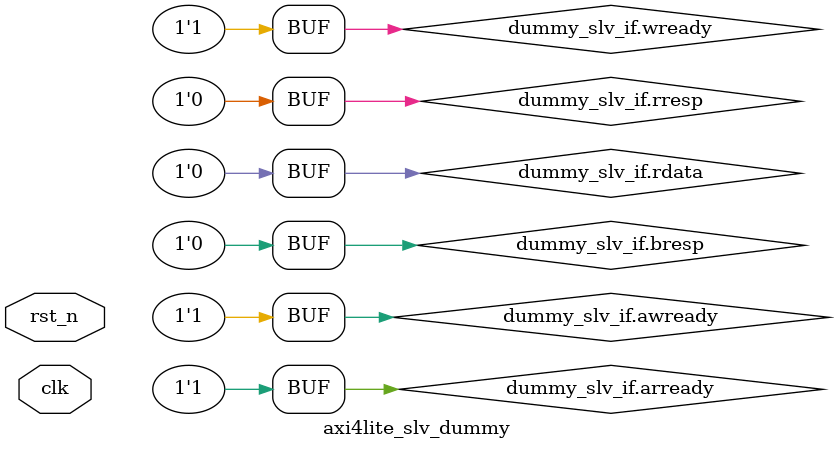
<source format=sv>

module  axi4lite_slv_dummy 
        (
        input                       clk          ,
        input                       rst_n        ,
        ofs_fim_axi_lite_if.slave   dummy_slv_if
        );
        always_comb
            begin
                dummy_slv_if.awready         = 1; 
                dummy_slv_if.wready          = 1;
                dummy_slv_if.bresp           = 0;
                dummy_slv_if.arready         = 1;
                dummy_slv_if.rdata           = 0; 
                dummy_slv_if.rresp           = 0;
            end  
        
        always_ff @ ( posedge clk )         // DUMMY address response
            begin            
                if (dummy_slv_if.bvalid) dummy_slv_if.bvalid <= ~dummy_slv_if.bready;
                else                     dummy_slv_if.bvalid <=  dummy_slv_if.awvalid; 
                if (dummy_slv_if.rvalid) dummy_slv_if.rvalid <= ~dummy_slv_if.rready;
                else                     dummy_slv_if.rvalid <=  dummy_slv_if.arvalid; 
                
                if (!rst_n) dummy_slv_if.bvalid <= 0 ;
                if (!rst_n) dummy_slv_if.rvalid <= 0 ;
            end   
endmodule
</source>
